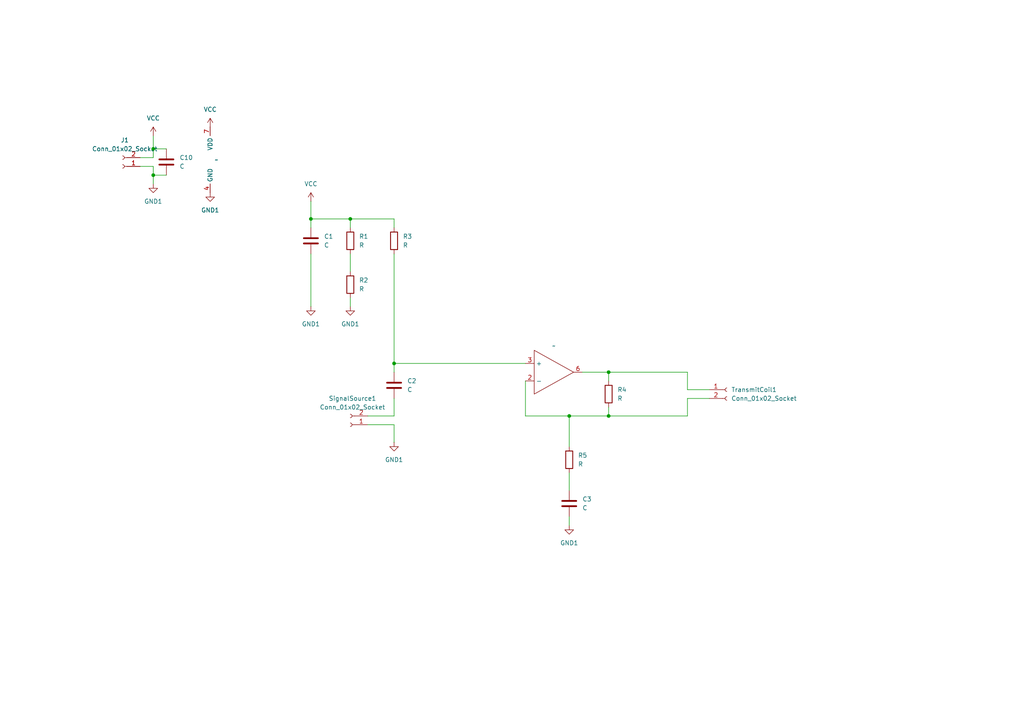
<source format=kicad_sch>
(kicad_sch (version 20250114) (generator "eeschema") (generator_version "9.0")
  (paper "A4")
  (lib_symbols
    (symbol "Connector:Conn_01x02_Socket" (pin_names (offset 1.016) (hide yes))
      (property "Reference" "J" (at 0 2.54 0))
      (property "Value" "Conn_01x02_Socket" (at 0 -5.08 0))
      (symbol "Conn_01x02_Socket_1_1"
        (polyline (pts (xy -1.27 0) (xy -0.508 0)) (stroke (width 0.1524)))
        (polyline (pts (xy -1.27 -2.54) (xy -0.508 -2.54)) (stroke (width 0.1524)))
        (arc (start 0 -0.508) (mid -0.5058 0) (end 0 0.508) (stroke (width 0.1524)))
        (arc (start 0 -3.048) (mid -0.5058 -2.54) (end 0 -2.032) (stroke (width 0.1524)))
        (pin passive line (at -5.08 0 0) (length 3.81) (name "Pin_1") (number "1"))
        (pin passive line (at -5.08 -2.54 0) (length 3.81) (name "Pin_2") (number "2"))
      )
    )
    (symbol "Device:C" (pin_numbers (hide yes)) (pin_names (offset 0.254))
      (property "Reference" "C" (at 0.635 2.54 0))
      (property "Value" "C" (at 0.635 -2.54 0))
      (symbol "C_0_1"
        (polyline (pts (xy -2.032 0.762) (xy 2.032 0.762)) (stroke (width 0.508)))
        (polyline (pts (xy -2.032 -0.762) (xy 2.032 -0.762)) (stroke (width 0.508)))
      )
      (symbol "C_1_1"
        (pin passive line (at 0 3.81 270) (length 2.794) (name "~") (number "1"))
        (pin passive line (at 0 -3.81 90) (length 2.794) (name "~") (number "2"))
      )
    )
    (symbol "Device:R" (pin_numbers (hide yes)) (pin_names (offset 0))
      (property "Reference" "R" (at 2.032 0 90))
      (property "Value" "R" (at 0 0 90))
      (symbol "R_0_1"
        (rectangle (start -1.016 -2.54) (end 1.016 2.54) (stroke (width 0.254)))
      )
      (symbol "R_1_1"
        (pin passive line (at 0 3.81 270) (length 1.27) (name "~") (number "1"))
        (pin passive line (at 0 -3.81 90) (length 1.27) (name "~") (number "2"))
      )
    )
    (symbol "HearingLoopLibrary:TLV4111"
      (symbol "TLV4111_1_1"
        (polyline (pts (xy 0 6.35) (xy 0 -6.35) (xy 11.43 0) (xy 0 6.35)))
        (pin input line (at -2.54 2.54 0) (length 2.54) (name "+") (number "3"))
        (pin input line (at -2.54 -2.54 0) (length 2.54) (name "-") (number "2"))
        (pin output line (at 13.97 0 180) (length 2.54) (name "") (number "6"))
      )
      (symbol "TLV4111_2_1"
        (pin power_in line (at 0 10.16 270) (length 2.54) (name "VDD") (number "7"))
        (pin power_in line (at 0 -8.89 90) (length 2.54) (name "GND") (number "4"))
      )
    )
    (symbol "power:GND1" (power) (pin_numbers (hide yes)) (pin_names (offset 0) (hide yes))
      (property "Value" "GND1" (at 0 -3.81 0))
      (symbol "GND1_0_1"
        (polyline (pts (xy 0 0) (xy 0 -1.27) (xy 1.27 -1.27) (xy 0 -2.54) (xy -1.27 -1.27) (xy 0 -1.27)))
      )
      (symbol "GND1_1_1"
        (pin power_in line (at 0 0 270) (length 0) (name "~") (number "1"))
      )
    )
    (symbol "power:VCC" (power) (pin_numbers (hide yes)) (pin_names (offset 0) (hide yes))
      (property "Value" "VCC" (at 0 3.556 0))
      (symbol "VCC_0_1"
        (polyline (pts (xy -0.762 1.27) (xy 0 2.54)))
        (polyline (pts (xy 0 2.54) (xy 0.762 1.27)))
        (polyline (pts (xy 0 0) (xy 0 2.54)))
      )
      (symbol "VCC_1_1"
        (pin power_in line (at 0 0 90) (length 0) (name "~") (number "1"))
      )
    )
  )
  (junction (at 176.53 120.65))
  (junction (at 101.6 63.5))
  (junction (at 165.1 120.65))
  (junction (at 176.53 107.95))
  (junction (at 44.45 43.18))
  (junction (at 90.17 63.5))
  (junction (at 44.45 50.8))
  (junction (at 114.3 105.41))
  (wire (pts (xy 44.45 45.72) (xy 40.64 45.72)))
  (wire (pts (xy 44.45 39.37) (xy 44.45 43.18)))
  (wire (pts (xy 165.1 137.16) (xy 165.1 142.24)))
  (wire (pts (xy 114.3 105.41) (xy 114.3 107.95)))
  (wire (pts (xy 114.3 123.19) (xy 106.68 123.19)))
  (wire (pts (xy 152.4 110.49) (xy 152.4 120.65)))
  (wire (pts (xy 114.3 73.66) (xy 114.3 105.41)))
  (wire (pts (xy 44.45 43.18) (xy 48.26 43.18)))
  (wire (pts (xy 165.1 152.4) (xy 165.1 149.86)))
  (wire (pts (xy 44.45 43.18) (xy 44.45 45.72)))
  (wire (pts (xy 101.6 88.9) (xy 101.6 86.36)))
  (wire (pts (xy 176.53 110.49) (xy 176.53 107.95)))
  (wire (pts (xy 106.68 120.65) (xy 114.3 120.65)))
  (wire (pts (xy 44.45 48.26) (xy 44.45 50.8)))
  (wire (pts (xy 90.17 63.5) (xy 101.6 63.5)))
  (wire (pts (xy 90.17 58.42) (xy 90.17 63.5)))
  (wire (pts (xy 114.3 105.41) (xy 152.4 105.41)))
  (wire (pts (xy 199.39 120.65) (xy 176.53 120.65)))
  (wire (pts (xy 114.3 63.5) (xy 101.6 63.5)))
  (wire (pts (xy 114.3 66.04) (xy 114.3 63.5)))
  (wire (pts (xy 40.64 48.26) (xy 44.45 48.26)))
  (wire (pts (xy 176.53 107.95) (xy 168.91 107.95)))
  (wire (pts (xy 199.39 115.57) (xy 205.74 115.57)))
  (wire (pts (xy 176.53 120.65) (xy 176.53 118.11)))
  (wire (pts (xy 199.39 107.95) (xy 199.39 113.03)))
  (wire (pts (xy 152.4 120.65) (xy 165.1 120.65)))
  (wire (pts (xy 48.26 50.8) (xy 44.45 50.8)))
  (wire (pts (xy 199.39 113.03) (xy 205.74 113.03)))
  (wire (pts (xy 114.3 128.27) (xy 114.3 123.19)))
  (wire (pts (xy 101.6 73.66) (xy 101.6 78.74)))
  (wire (pts (xy 90.17 73.66) (xy 90.17 88.9)))
  (wire (pts (xy 176.53 107.95) (xy 199.39 107.95)))
  (wire (pts (xy 90.17 63.5) (xy 90.17 66.04)))
  (wire (pts (xy 114.3 120.65) (xy 114.3 115.57)))
  (wire (pts (xy 44.45 50.8) (xy 44.45 53.34)))
  (wire (pts (xy 165.1 120.65) (xy 165.1 129.54)))
  (wire (pts (xy 199.39 115.57) (xy 199.39 120.65)))
  (wire (pts (xy 101.6 66.04) (xy 101.6 63.5)))
  (wire (pts (xy 165.1 120.65) (xy 176.53 120.65)))
  (symbol (lib_id "power:VCC") (at 60.96 36.83 0) (unit 1)
    (property "Reference" "#PWR03" (effects (hide yes)))
    (property "Value" "VCC" (at 60.96 31.75 0))
    (property "Description" "Power symbol creates a global label with name \"VCC\"" (effects (hide yes)))
  )
  (symbol (lib_id "Connector:Conn_01x02_Socket") (at 210.82 113.03 0) (unit 1)
    (property "Reference" "TransmitCoil1" (at 212.09 113.0299 0) (effects (justify left)))
    (property "Value" "Conn_01x02_Socket" (at 212.09 115.5699 0) (effects (justify left)))
    (property "Footprint" "Connector_PinHeader_2.54mm:PinHeader_1x02_P2.54mm_Vertical" (effects (hide yes)))
    (property "Description" "Generic connector, single row, 01x02, script generated" (effects (hide yes)))
  )
  (symbol (lib_id "Device:R") (at 165.1 133.35 0) (unit 1)
    (property "Reference" "R5" (at 167.64 132.0799 0) (effects (justify left)))
    (property "Value" "R" (at 167.64 134.6199 0) (effects (justify left)))
    (property "Footprint" "Resistor_THT:R_Axial_DIN0309_L9.0mm_D3.2mm_P12.70mm_Horizontal" (effects (hide yes)))
    (property "Description" "Resistor" (effects (hide yes)))
  )
  (symbol (lib_id "Device:C") (at 165.1 146.05 0) (unit 1)
    (property "Reference" "C3" (at 168.91 144.7799 0) (effects (justify left)))
    (property "Value" "C" (at 168.91 147.3199 0) (effects (justify left)))
    (property "Footprint" "Capacitor_THT:C_Radial_D8.0mm_H11.5mm_P3.50mm" (effects (hide yes)))
    (property "Description" "Unpolarized capacitor" (effects (hide yes)))
  )
  (symbol (lib_id "Device:C") (at 90.17 69.85 0) (unit 1)
    (property "Reference" "C1" (at 93.98 68.5799 0) (effects (justify left)))
    (property "Value" "C" (at 93.98 71.1199 0) (effects (justify left)))
    (property "Footprint" "Capacitor_THT:C_Radial_D8.0mm_H11.5mm_P3.50mm" (effects (hide yes)))
    (property "Description" "Unpolarized capacitor" (effects (hide yes)))
  )
  (symbol (lib_id "power:GND1") (at 114.3 128.27 0) (unit 1)
    (property "Reference" "#PWR08" (effects (hide yes)))
    (property "Value" "GND1" (at 114.3 133.35 0))
    (property "Description" "Power symbol creates a global label with name \"GND1\" , ground" (effects (hide yes)))
  )
  (symbol (lib_id "power:GND1") (at 90.17 88.9 0) (unit 1)
    (property "Reference" "#PWR05" (effects (hide yes)))
    (property "Value" "GND1" (at 90.17 93.98 0))
    (property "Description" "Power symbol creates a global label with name \"GND1\" , ground" (effects (hide yes)))
  )
  (symbol (lib_id "Connector:Conn_01x02_Socket") (at 35.56 48.26 180) (unit 1)
    (property "Reference" "J1" (at 36.195 40.64 0))
    (property "Value" "Conn_01x02_Socket" (at 36.195 43.18 0))
    (property "Footprint" "Connector_PinSocket_2.54mm:PinSocket_1x02_P2.54mm_Vertical" (effects (hide yes)))
    (property "Description" "Generic connector, single row, 01x02, script generated" (effects (hide yes)))
  )
  (symbol (lib_id "Device:R") (at 114.3 69.85 0) (unit 1)
    (property "Reference" "R3" (at 116.84 68.5799 0) (effects (justify left)))
    (property "Value" "R" (at 116.84 71.1199 0) (effects (justify left)))
    (property "Footprint" "Resistor_THT:R_Axial_DIN0309_L9.0mm_D3.2mm_P12.70mm_Horizontal" (effects (hide yes)))
    (property "Description" "Resistor" (effects (hide yes)))
  )
  (symbol (lib_id "Connector:Conn_01x02_Socket") (at 101.6 123.19 180) (unit 1)
    (property "Reference" "SignalSource1" (at 102.235 115.57 0))
    (property "Value" "Conn_01x02_Socket" (at 102.235 118.11 0))
    (property "Footprint" "Connector_PinHeader_2.54mm:PinHeader_1x02_P2.54mm_Vertical" (effects (hide yes)))
    (property "Description" "Generic connector, single row, 01x02, script generated" (effects (hide yes)))
  )
  (symbol (lib_id "power:VCC") (at 90.17 58.42 0) (unit 1)
    (property "Reference" "#PWR07" (effects (hide yes)))
    (property "Value" "VCC" (at 90.17 53.34 0))
    (property "Description" "Power symbol creates a global label with name \"VCC\"" (effects (hide yes)))
  )
  (symbol (lib_id "power:VCC") (at 44.45 39.37 0) (unit 1)
    (property "Reference" "#PWR02" (effects (hide yes)))
    (property "Value" "VCC" (at 44.45 34.29 0))
    (property "Description" "Power symbol creates a global label with name \"VCC\"" (effects (hide yes)))
  )
  (symbol (lib_id "Device:C") (at 48.26 46.99 0) (unit 1)
    (property "Reference" "C10" (at 52.07 45.7199 0) (effects (justify left)))
    (property "Value" "C" (at 52.07 48.2599 0) (effects (justify left)))
    (property "Footprint" "Capacitor_THT:C_Radial_D8.0mm_H11.5mm_P3.50mm" (effects (hide yes)))
    (property "Description" "Unpolarized capacitor" (effects (hide yes)))
  )
  (symbol (lib_id "Device:R") (at 176.53 114.3 0) (unit 1)
    (property "Reference" "R4" (at 179.07 113.0299 0) (effects (justify left)))
    (property "Value" "R" (at 179.07 115.5699 0) (effects (justify left)))
    (property "Footprint" "Resistor_THT:R_Axial_DIN0309_L9.0mm_D3.2mm_P12.70mm_Horizontal" (effects (hide yes)))
    (property "Description" "Resistor" (effects (hide yes)))
  )
  (symbol (lib_id "power:GND1") (at 60.96 55.88 0) (unit 1)
    (property "Reference" "#PWR04" (effects (hide yes)))
    (property "Value" "GND1" (at 60.96 60.96 0))
    (property "Description" "Power symbol creates a global label with name \"GND1\" , ground" (effects (hide yes)))
  )
  (symbol (lib_id "power:GND1") (at 101.6 88.9 0) (unit 1)
    (property "Reference" "#PWR06" (effects (hide yes)))
    (property "Value" "GND1" (at 101.6 93.98 0))
    (property "Description" "Power symbol creates a global label with name \"GND1\" , ground" (effects (hide yes)))
  )
  (symbol (lib_id "Device:R") (at 101.6 69.85 0) (unit 1)
    (property "Reference" "R1" (at 104.14 68.5799 0) (effects (justify left)))
    (property "Value" "R" (at 104.14 71.1199 0) (effects (justify left)))
    (property "Footprint" "Resistor_THT:R_Axial_DIN0309_L9.0mm_D3.2mm_P12.70mm_Horizontal" (effects (hide yes)))
    (property "Description" "Resistor" (effects (hide yes)))
  )
  (symbol (lib_id "Device:C") (at 114.3 111.76 0) (unit 1)
    (property "Reference" "C2" (at 118.11 110.4899 0) (effects (justify left)))
    (property "Value" "C" (at 118.11 113.0299 0) (effects (justify left)))
    (property "Footprint" "Capacitor_THT:C_Radial_D8.0mm_H11.5mm_P3.50mm" (effects (hide yes)))
    (property "Description" "Unpolarized capacitor" (effects (hide yes)))
  )
  (symbol (lib_id "power:GND1") (at 44.45 53.34 0) (unit 1)
    (property "Reference" "#PWR01" (effects (hide yes)))
    (property "Value" "GND1" (at 44.45 58.42 0))
    (property "Description" "Power symbol creates a global label with name \"GND1\" , ground" (effects (hide yes)))
  )
  (symbol (lib_id "power:GND1") (at 165.1 152.4 0) (unit 1)
    (property "Reference" "#PWR09" (effects (hide yes)))
    (property "Value" "GND1" (at 165.1 157.48 0))
    (property "Description" "Power symbol creates a global label with name \"GND1\" , ground" (effects (hide yes)))
  )
  (symbol (lib_id "HearingLoopLibrary:TLV4111") (at 154.94 107.95 0) (unit 1)
    (property "Reference" "U1" (effects (hide yes)))
    (property "Value" "~" (at 160.655 100.33 0))
    (property "Footprint" "Package_DIP:DIP-8_W7.62mm_Socket_LongPads" (effects (hide yes)))
  )
  (symbol (lib_id "HearingLoopLibrary:TLV4111") (at 60.96 46.99 0) (unit 2)
    (property "Reference" "U1" (effects (hide yes)))
    (property "Value" "~" (at 62.23 46.355 0) (effects (justify left)))
    (property "Footprint" "Package_DIP:DIP-8_W7.62mm_Socket_LongPads" (effects (hide yes)))
  )
  (symbol (lib_id "Device:R") (at 101.6 82.55 0) (unit 1)
    (property "Reference" "R2" (at 104.14 81.2799 0) (effects (justify left)))
    (property "Value" "R" (at 104.14 83.8199 0) (effects (justify left)))
    (property "Footprint" "Resistor_THT:R_Axial_DIN0309_L9.0mm_D3.2mm_P12.70mm_Horizontal" (effects (hide yes)))
    (property "Description" "Resistor" (effects (hide yes)))
  )
)
</source>
